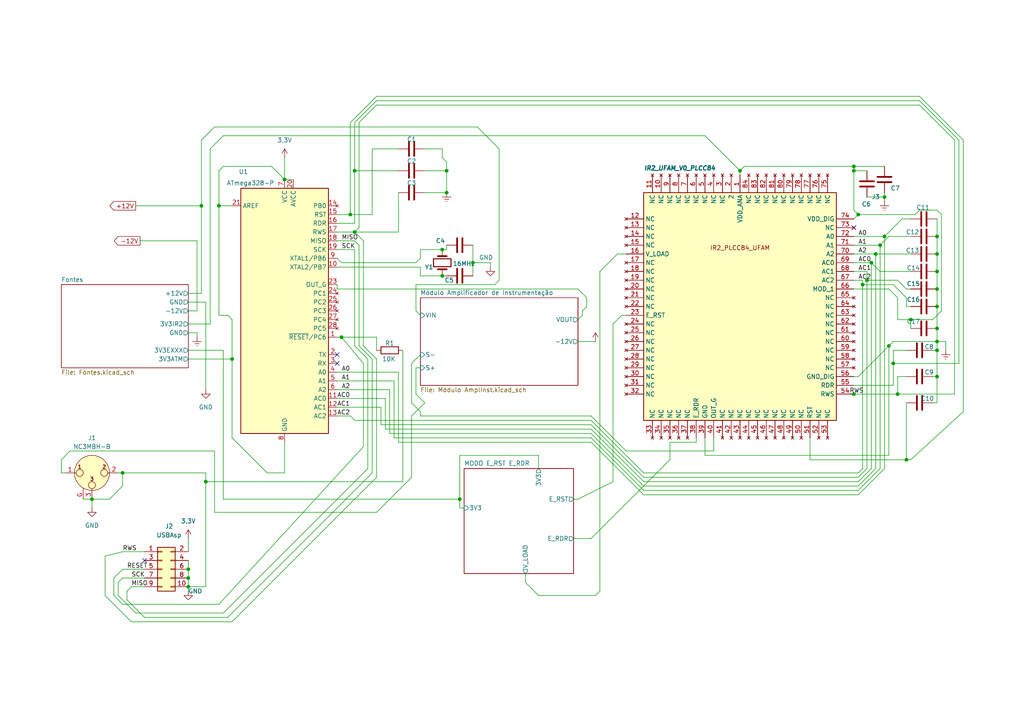
<source format=kicad_sch>
(kicad_sch (version 20250114) (generator "eeschema") (generator_version "9.0")
  (paper "A4")
  (title_block (title "PROJETO IR2_B2_UFAM") (date "07/08/2025") (rev "V1") (company "UFAM-UFMG") (comment 1 "1 - Software Proteus substituído pelo Software Kicad 9.0") (comment 2 "2 - Incluído Amplificafor de Instrumentação para reduzir ruídos") (comment 3 "3 - Incluídos conectores para cabos entrelaçados") (comment 4 "4 - Análise de 4 camadas para reduzir ruídos") (comment 5 "5 - Teste de clonagem"))
  (lib_symbols
    (symbol "Connector_Audio:NC3MBH-B" (pin_names (hide yes))
      (property "Reference" "J" (at 0 8.89 0))
      (property "Value" "NC3MBH-B" (at 0 6.35 0))
      (symbol "NC3MBH-B_0_1"
        (polyline (pts (xy -5.08 0) (xy -4.572 0)))
        (circle (center -3.556 0) (radius 1.016))
        (polyline (pts (xy -2.54 -5.08) (xy -2.54 -4.445)))
        (circle (center 0 0) (radius 5.08) (fill (type background)))
        (circle (center 0 -3.556) (radius 1.016))
        (polyline (pts (xy 0 -5.08) (xy 0 -4.572)))
        (circle (center 3.556 0) (radius 1.016))
        (polyline (pts (xy 5.08 0) (xy 4.572 0)))
        (text "1" (at -3.556 1.778 0) (effects (font (size 1.016 1.016) (bold yes))))
        (text "3" (at 0 -1.778 0) (effects (font (size 1.016 1.016) (bold yes))))
        (text "2" (at 3.556 1.778 0) (effects (font (size 1.016 1.016) (bold yes))))
        (pin passive line (at -7.62 0 0) (length 2.54) (name "~") (number "1"))
        (pin passive line (at 0 -7.62 90) (length 2.54) (name "~") (number "3"))
        (pin passive line (at 7.62 0 180) (length 2.54) (name "~") (number "2"))
      )
      (symbol "NC3MBH-B_1_1"
        (pin passive line (at -2.54 -7.62 90) (length 2.54) (name "~") (number "G"))
      )
    )
    (symbol "Connector_Generic:Conn_02x05_Odd_Even" (pin_names (offset 1.016) (hide yes))
      (property "Reference" "J" (at 1.27 7.62 0))
      (property "Value" "Conn_02x05_Odd_Even" (at 1.27 -7.62 0))
      (symbol "Conn_02x05_Odd_Even_1_1"
        (rectangle (start -1.27 6.35) (end 3.81 -6.35) (stroke (width 0.254)) (fill (type background)))
        (rectangle (start -1.27 5.207) (end 0 4.953) (stroke (width 0.1524)))
        (rectangle (start -1.27 2.667) (end 0 2.413) (stroke (width 0.1524)))
        (rectangle (start -1.27 0.127) (end 0 -0.127) (stroke (width 0.1524)))
        (rectangle (start -1.27 -2.413) (end 0 -2.667) (stroke (width 0.1524)))
        (rectangle (start -1.27 -4.953) (end 0 -5.207) (stroke (width 0.1524)))
        (rectangle (start 3.81 5.207) (end 2.54 4.953) (stroke (width 0.1524)))
        (rectangle (start 3.81 2.667) (end 2.54 2.413) (stroke (width 0.1524)))
        (rectangle (start 3.81 0.127) (end 2.54 -0.127) (stroke (width 0.1524)))
        (rectangle (start 3.81 -2.413) (end 2.54 -2.667) (stroke (width 0.1524)))
        (rectangle (start 3.81 -4.953) (end 2.54 -5.207) (stroke (width 0.1524)))
        (pin passive line (at -5.08 5.08 0) (length 3.81) (name "Pin_1") (number "1"))
        (pin passive line (at -5.08 2.54 0) (length 3.81) (name "Pin_3") (number "3"))
        (pin passive line (at -5.08 0 0) (length 3.81) (name "Pin_5") (number "5"))
        (pin passive line (at -5.08 -2.54 0) (length 3.81) (name "Pin_7") (number "7"))
        (pin passive line (at -5.08 -5.08 0) (length 3.81) (name "Pin_9") (number "9"))
        (pin passive line (at 7.62 5.08 180) (length 3.81) (name "Pin_2") (number "2"))
        (pin passive line (at 7.62 2.54 180) (length 3.81) (name "Pin_4") (number "4"))
        (pin passive line (at 7.62 0 180) (length 3.81) (name "Pin_6") (number "6"))
        (pin passive line (at 7.62 -2.54 180) (length 3.81) (name "Pin_8") (number "8"))
        (pin passive line (at 7.62 -5.08 180) (length 3.81) (name "Pin_10") (number "10"))
      )
    )
    (symbol "Device:C" (pin_numbers (hide yes)) (pin_names (offset 0.254))
      (property "Reference" "C" (at 0.635 2.54 0))
      (property "Value" "C" (at 0.635 -2.54 0))
      (symbol "C_0_1"
        (polyline (pts (xy -2.032 0.762) (xy 2.032 0.762)) (stroke (width 0.508)))
        (polyline (pts (xy -2.032 -0.762) (xy 2.032 -0.762)) (stroke (width 0.508)))
      )
      (symbol "C_1_1"
        (pin passive line (at 0 3.81 270) (length 2.794) (name "~") (number "1"))
        (pin passive line (at 0 -3.81 90) (length 2.794) (name "~") (number "2"))
      )
    )
    (symbol "Device:Crystal" (pin_numbers (hide yes)) (pin_names (offset 1.016) (hide yes))
      (property "Reference" "Y" (at 0 3.81 0))
      (property "Value" "Crystal" (at 0 -3.81 0))
      (symbol "Crystal_0_1"
        (polyline (pts (xy -2.54 0) (xy -1.905 0)))
        (polyline (pts (xy -1.905 -1.27) (xy -1.905 1.27)) (stroke (width 0.508)))
        (rectangle (start -1.143 2.54) (end 1.143 -2.54) (stroke (width 0.3048)))
        (polyline (pts (xy 1.905 -1.27) (xy 1.905 1.27)) (stroke (width 0.508)))
        (polyline (pts (xy 2.54 0) (xy 1.905 0)))
      )
      (symbol "Crystal_1_1"
        (pin passive line (at -3.81 0 0) (length 1.27) (name "1") (number "1"))
        (pin passive line (at 3.81 0 180) (length 1.27) (name "2") (number "2"))
      )
    )
    (symbol "Device:R" (pin_numbers (hide yes)) (pin_names (offset 0))
      (property "Reference" "R" (at 2.032 0 90))
      (property "Value" "R" (at 0 0 90))
      (symbol "R_0_1"
        (rectangle (start -1.016 -2.54) (end 1.016 2.54) (stroke (width 0.254)))
      )
      (symbol "R_1_1"
        (pin passive line (at 0 3.81 270) (length 1.27) (name "~") (number "1"))
        (pin passive line (at 0 -3.81 90) (length 1.27) (name "~") (number "2"))
      )
    )
    (symbol "IR2_UFAM_V0_PLCC84_Library:IR2_UFAM_V0_PLCC84"
      (property "Reference" "J" (at 62.23 12.7 0))
      (property "Value" "IR2_UFAM_V0_PLCC84" (at 62.23 10.16 0))
      (symbol "IR2_UFAM_V0_PLCC84_1_1"
        (rectangle (start 5.08 7.62) (end 60.96 -58.42) (stroke (width 0.254)) (fill (type background)))
        (text "IR2_PLCC84_UFAM" (at 33.02 -8.382 0) (effects (font (size 1.27 1.27))))
        (pin no_connect line (at 0 0 0) (length 5.08) (name "NC") (number "12"))
        (pin no_connect line (at 0 -2.54 0) (length 5.08) (name "NC") (number "13"))
        (pin no_connect line (at 0 -5.08 0) (length 5.08) (name "NC") (number "14"))
        (pin no_connect line (at 0 -7.62 0) (length 5.08) (name "NC") (number "15"))
        (pin input line (at 0 -10.16 0) (length 5.08) (name "V_LOAD") (number "16"))
        (pin no_connect line (at 0 -12.7 0) (length 5.08) (name "NC") (number "17"))
        (pin no_connect line (at 0 -15.24 0) (length 5.08) (name "NC") (number "18"))
        (pin no_connect line (at 0 -17.78 0) (length 5.08) (name "NC") (number "19"))
        (pin no_connect line (at 0 -20.32 0) (length 5.08) (name "NC") (number "20"))
        (pin no_connect line (at 0 -22.86 0) (length 5.08) (name "NC") (number "21"))
        (pin no_connect line (at 0 -25.4 0) (length 5.08) (name "NC") (number "22"))
        (pin input line (at 0 -27.94 0) (length 5.08) (name "E_RST") (number "23"))
        (pin no_connect line (at 0 -30.48 0) (length 5.08) (name "NC") (number "24"))
        (pin no_connect line (at 0 -33.02 0) (length 5.08) (name "NC") (number "25"))
        (pin no_connect line (at 0 -35.56 0) (length 5.08) (name "NC") (number "26"))
        (pin no_connect line (at 0 -38.1 0) (length 5.08) (name "NC") (number "27"))
        (pin no_connect line (at 0 -40.64 0) (length 5.08) (name "NC") (number "28"))
        (pin no_connect line (at 0 -43.18 0) (length 5.08) (name "NC") (number "29"))
        (pin no_connect line (at 0 -45.72 0) (length 5.08) (name "NC") (number "30"))
        (pin no_connect line (at 0 -48.26 0) (length 5.08) (name "NC") (number "31"))
        (pin no_connect line (at 0 -50.8 0) (length 5.08) (name "NC") (number "32"))
        (pin no_connect line (at 7.62 12.7 270) (length 5.08) (name "NC") (number "11"))
        (pin no_connect line (at 7.62 -63.5 90) (length 5.08) (name "NC") (number "33"))
        (pin no_connect line (at 10.16 12.7 270) (length 5.08) (name "NC") (number "10"))
        (pin no_connect line (at 10.16 -63.5 90) (length 5.08) (name "NC") (number "34"))
        (pin no_connect line (at 12.7 12.7 270) (length 5.08) (name "NC") (number "9"))
        (pin no_connect line (at 12.7 -63.5 90) (length 5.08) (name "NC") (number "35"))
        (pin no_connect line (at 15.24 12.7 270) (length 5.08) (name "NC") (number "8"))
        (pin no_connect line (at 15.24 -63.5 90) (length 5.08) (name "NC") (number "36"))
        (pin no_connect line (at 17.78 12.7 270) (length 5.08) (name "NC") (number "7"))
        (pin no_connect line (at 17.78 -63.5 90) (length 5.08) (name "NC") (number "37"))
        (pin no_connect line (at 20.32 12.7 270) (length 5.08) (name "NC") (number "6"))
        (pin input line (at 20.32 -63.5 90) (length 5.08) (name "E_RDR") (number "38"))
        (pin no_connect line (at 22.86 12.7 270) (length 5.08) (name "NC") (number "5"))
        (pin power_out line (at 22.86 -63.5 90) (length 5.08) (name "GND") (number "39"))
        (pin no_connect line (at 25.4 12.7 270) (length 5.08) (name "NC") (number "4"))
        (pin output line (at 25.4 -63.5 90) (length 5.08) (name "OUT_G") (number "40"))
        (pin no_connect line (at 27.94 12.7 270) (length 5.08) (name "NC") (number "3"))
        (pin no_connect line (at 27.94 -63.5 90) (length 5.08) (name "NC") (number "41"))
        (pin no_connect line (at 30.48 12.7 270) (length 5.08) (name "2") (number "2"))
        (pin no_connect line (at 30.48 -63.5 90) (length 5.08) (name "NC") (number "42"))
        (pin power_in line (at 33.02 12.7 270) (length 5.08) (name "VDD_ANA") (number "1"))
        (pin no_connect line (at 33.02 -63.5 90) (length 5.08) (name "NC") (number "43"))
        (pin no_connect line (at 35.56 12.7 270) (length 5.08) (name "NC") (number "84"))
        (pin no_connect line (at 35.56 -63.5 90) (length 5.08) (name "NC") (number "44"))
        (pin no_connect line (at 38.1 12.7 270) (length 5.08) (name "NC") (number "83"))
        (pin no_connect line (at 38.1 -63.5 90) (length 5.08) (name "NC") (number "45"))
        (pin no_connect line (at 40.64 12.7 270) (length 5.08) (name "NC") (number "82"))
        (pin no_connect line (at 40.64 -63.5 90) (length 5.08) (name "NC") (number "46"))
        (pin no_connect line (at 43.18 12.7 270) (length 5.08) (name "NC") (number "81"))
        (pin no_connect line (at 43.18 -63.5 90) (length 5.08) (name "NC") (number "47"))
        (pin no_connect line (at 45.72 12.7 270) (length 5.08) (name "NC") (number "80"))
        (pin no_connect line (at 45.72 -63.5 90) (length 5.08) (name "NC") (number "48"))
        (pin no_connect line (at 48.26 12.7 270) (length 5.08) (name "NC") (number "79"))
        (pin no_connect line (at 48.26 -63.5 90) (length 5.08) (name "NC") (number "49"))
        (pin no_connect line (at 50.8 12.7 270) (length 5.08) (name "NC") (number "78"))
        (pin no_connect line (at 50.8 -63.5 90) (length 5.08) (name "NC") (number "50"))
        (pin no_connect line (at 53.34 12.7 270) (length 5.08) (name "NC") (number "77"))
        (pin input line (at 53.34 -63.5 90) (length 5.08) (name "RST") (number "51"))
        (pin no_connect line (at 55.88 12.7 270) (length 5.08) (name "NC") (number "76"))
        (pin no_connect line (at 55.88 -63.5 90) (length 5.08) (name "NC") (number "52"))
        (pin no_connect line (at 58.42 12.7 270) (length 5.08) (name "NC") (number "75"))
        (pin no_connect line (at 58.42 -63.5 90) (length 5.08) (name "NC") (number "53"))
        (pin power_in line (at 66.04 0 180) (length 5.08) (name "VDD_DIG") (number "74"))
        (pin no_connect line (at 66.04 -2.54 180) (length 5.08) (name "NC") (number "73"))
        (pin input line (at 66.04 -5.08 180) (length 5.08) (name "A0") (number "72"))
        (pin input line (at 66.04 -7.62 180) (length 5.08) (name "A1") (number "71"))
        (pin input line (at 66.04 -10.16 180) (length 5.08) (name "A2") (number "70"))
        (pin input line (at 66.04 -12.7 180) (length 5.08) (name "AC0") (number "69"))
        (pin input line (at 66.04 -15.24 180) (length 5.08) (name "AC1") (number "68"))
        (pin input line (at 66.04 -17.78 180) (length 5.08) (name "AC2") (number "67"))
        (pin power_in line (at 66.04 -20.32 180) (length 5.08) (name "MOD_1") (number "66"))
        (pin no_connect line (at 66.04 -22.86 180) (length 5.08) (name "NC") (number "65"))
        (pin no_connect line (at 66.04 -25.4 180) (length 5.08) (name "NC") (number "64"))
        (pin no_connect line (at 66.04 -27.94 180) (length 5.08) (name "NC") (number "63"))
        (pin no_connect line (at 66.04 -30.48 180) (length 5.08) (name "NC") (number "62"))
        (pin no_connect line (at 66.04 -33.02 180) (length 5.08) (name "NC") (number "61"))
        (pin no_connect line (at 66.04 -35.56 180) (length 5.08) (name "NC") (number "60"))
        (pin no_connect line (at 66.04 -38.1 180) (length 5.08) (name "NC") (number "59"))
        (pin no_connect line (at 66.04 -40.64 180) (length 5.08) (name "NC") (number "58"))
        (pin no_connect line (at 66.04 -43.18 180) (length 5.08) (name "NC") (number "57"))
        (pin power_in line (at 66.04 -45.72 180) (length 5.08) (name "GND_DIG") (number "56"))
        (pin input line (at 66.04 -48.26 180) (length 5.08) (name "RDR") (number "55"))
        (pin input line (at 66.04 -50.8 180) (length 5.08) (name "RWS") (number "54"))
      )
    )
    (symbol "ir2_atmega328P:ir2_ATmega328P"
      (property "Reference" "U1" (at -11.938 40.386 0))
      (property "Value" "ATmega328-P" (at -9.906 37.084 0))
      (symbol "ir2_ATmega328P_0_1"
        (rectangle (start -12.7 -35.56) (end 12.7 35.56) (stroke (width 0.254)) (fill (type background)))
      )
      (symbol "ir2_ATmega328P_1_1"
        (pin passive line (at -15.24 30.48 0) (length 2.54) (name "AREF") (number "21"))
        (pin power_in line (at 0 38.1 270) (length 2.54) (name "VCC") (number "7"))
        (pin passive line (at 0 -38.1 90) (length 2.54) (hide yes) (name "GND") (number "22"))
        (pin power_in line (at 0 -38.1 90) (length 2.54) (name "GND") (number "8"))
        (pin power_in line (at 2.54 38.1 270) (length 2.54) (name "AVCC") (number "20"))
        (pin no_connect line (at 15.24 30.48 180) (length 2.54) (name "PB0") (number "14"))
        (pin output line (at 15.24 27.94 180) (length 2.54) (name "RST") (number "15"))
        (pin output line (at 15.24 25.4 180) (length 2.54) (name "RDR") (number "16"))
        (pin output line (at 15.24 22.86 180) (length 2.54) (name "RWS") (number "17"))
        (pin input line (at 15.24 20.32 180) (length 2.54) (name "MISO") (number "18"))
        (pin bidirectional line (at 15.24 17.78 180) (length 2.54) (name "SCK") (number "19"))
        (pin bidirectional line (at 15.24 15.24 180) (length 2.54) (name "XTAL1/PB6") (number "9"))
        (pin bidirectional line (at 15.24 12.7 180) (length 2.54) (name "XTAL2/PB7") (number "10"))
        (pin input line (at 15.24 7.62 180) (length 2.54) (name "OUT_G") (number "23"))
        (pin no_connect line (at 15.24 5.08 180) (length 2.54) (name "PC1") (number "24"))
        (pin no_connect line (at 15.24 2.54 180) (length 2.54) (name "PC2") (number "25"))
        (pin no_connect line (at 15.24 0 180) (length 2.54) (name "PC3") (number "26"))
        (pin no_connect line (at 15.24 -2.54 180) (length 2.54) (name "PC4") (number "27"))
        (pin no_connect line (at 15.24 -5.08 180) (length 2.54) (name "PC5") (number "28"))
        (pin bidirectional line (at 15.24 -7.62 180) (length 2.54) (name "~{RESET}/PC6") (number "1"))
        (pin bidirectional line (at 15.24 -12.7 180) (length 2.54) (name "TX") (number "2"))
        (pin bidirectional line (at 15.24 -15.24 180) (length 2.54) (name "RX") (number "3"))
        (pin output line (at 15.24 -17.78 180) (length 2.54) (name "A0") (number "4"))
        (pin output line (at 15.24 -20.32 180) (length 2.54) (name "A1") (number "5"))
        (pin output line (at 15.24 -22.86 180) (length 2.54) (name "A2") (number "6"))
        (pin output line (at 15.24 -25.4 180) (length 2.54) (name "AC0") (number "11"))
        (pin output line (at 15.24 -27.94 180) (length 2.54) (name "AC1") (number "12"))
        (pin output line (at 15.24 -30.48 180) (length 2.54) (name "AC2") (number "13"))
      )
    )
    (symbol "power:Earth" (power) (pin_numbers (hide yes)) (pin_names (offset 0) (hide yes))
      (property "Value" "Earth" (at 0 -3.81 0))
      (symbol "Earth_0_1"
        (polyline (pts (xy -0.635 -1.905) (xy 0.635 -1.905)))
        (polyline (pts (xy -0.127 -2.54) (xy 0.127 -2.54)))
        (polyline (pts (xy 0 -1.27) (xy 0 0)))
        (polyline (pts (xy 1.27 -1.27) (xy -1.27 -1.27)))
      )
      (symbol "Earth_1_1"
        (pin power_in line (at 0 0 270) (length 0) (name "~") (number "1"))
      )
    )
    (symbol "power:GND" (power) (pin_numbers (hide yes)) (pin_names (offset 0) (hide yes))
      (property "Value" "GND" (at 0 -3.81 0))
      (symbol "GND_0_1"
        (polyline (pts (xy 0 0) (xy 0 -1.27) (xy 1.27 -1.27) (xy 0 -2.54) (xy -1.27 -1.27) (xy 0 -1.27)))
      )
      (symbol "GND_1_1"
        (pin power_in line (at 0 0 270) (length 0) (name "~") (number "1"))
      )
    )
    (symbol "power:VCC" (power) (pin_numbers (hide yes)) (pin_names (offset 0) (hide yes))
      (property "Value" "VCC" (at 0 3.556 0))
      (symbol "VCC_0_1"
        (polyline (pts (xy -0.762 1.27) (xy 0 2.54)))
        (polyline (pts (xy 0 2.54) (xy 0.762 1.27)))
        (polyline (pts (xy 0 0) (xy 0 2.54)))
      )
      (symbol "VCC_1_1"
        (pin power_in line (at 0 0 90) (length 0) (name "~") (number "1"))
      )
    )
  )
  (junction (at 271.78 68.58))
  (junction (at 256.54 57.15))
  (junction (at 82.55 52.07))
  (junction (at 128.27 72.39))
  (junction (at 35.56 137.16))
  (junction (at 271.78 109.22))
  (junction (at 260.35 114.3))
  (junction (at 58.42 59.69))
  (junction (at 271.78 95.25))
  (junction (at 133.35 144.78))
  (junction (at 54.61 165.1))
  (junction (at 271.78 73.66))
  (junction (at 99.06 97.79))
  (junction (at 255.27 71.12))
  (junction (at 271.78 83.82))
  (junction (at 257.81 100.33))
  (junction (at 59.69 139.7))
  (junction (at 271.78 88.9))
  (junction (at 129.54 49.53))
  (junction (at 54.61 170.18))
  (junction (at 102.87 67.31))
  (junction (at 54.61 167.64))
  (junction (at 247.65 114.3))
  (junction (at 129.54 55.88))
  (junction (at 248.92 62.23))
  (junction (at 101.6 62.23))
  (junction (at 26.67 144.78))
  (junction (at 271.78 99.06))
  (junction (at 247.65 49.53))
  (junction (at 271.78 101.6))
  (junction (at 262.89 133.35))
  (junction (at 250.19 82.55))
  (junction (at 251.46 81.28))
  (junction (at 137.16 76.2))
  (junction (at 102.87 49.53))
  (junction (at 128.27 80.01))
  (junction (at 252.73 76.2))
  (junction (at 256.54 68.58))
  (junction (at 247.65 48.26))
  (junction (at 264.16 92.71))
  (junction (at 259.08 105.41))
  (junction (at 271.78 78.74))
  (junction (at 63.5 59.69))
  (junction (at 254 73.66))
  (junction (at 67.31 104.14))
  (junction (at 214.63 49.53))
  (no_connect (at 41.91 162.56))
  (no_connect (at 97.79 102.87))
  (no_connect (at 97.79 105.41))
  (no_connect (at 247.65 66.04))
  (wire (pts (xy 60.96 43.18) (xy 64.77 39.37)))
  (wire (pts (xy 102.87 49.53) (xy 102.87 64.77)))
  (wire (pts (xy 109.22 29.21) (xy 266.7 29.21)))
  (wire (pts (xy 97.79 62.23) (xy 101.6 62.23)))
  (wire (pts (xy 172.72 172.72) (xy 173.99 171.45)))
  (wire (pts (xy 62.23 148.59) (xy 62.23 130.81)))
  (wire (pts (xy 247.65 109.22) (xy 248.92 109.22)))
  (wire (pts (xy 168.91 90.17) (xy 168.91 91.44)))
  (wire (pts (xy 254 73.66) (xy 254 135.89)))
  (wire (pts (xy 252.73 76.2) (xy 252.73 135.89)))
  (wire (pts (xy 107.95 43.18) (xy 115.57 43.18)))
  (wire (pts (xy 128.27 80.01) (xy 129.54 80.01)))
  (wire (pts (xy 133.35 132.08) (xy 156.21 132.08)))
  (wire (pts (xy 115.57 107.95) (xy 115.57 128.27)))
  (wire (pts (xy 63.5 49.53) (xy 64.77 48.26)))
  (wire (pts (xy 246.38 114.3) (xy 247.65 114.3)))
  (wire (pts (xy 121.92 119.38) (xy 121.92 120.65)))
  (wire (pts (xy 144.78 81.28) (xy 143.51 82.55)))
  (wire (pts (xy 121.92 102.87) (xy 119.38 105.41)))
  (wire (pts (xy 173.99 78.74) (xy 173.99 171.45)))
  (wire (pts (xy 204.47 39.37) (xy 214.63 49.53)))
  (wire (pts (xy 266.7 27.94) (xy 279.4 40.64)))
  (wire (pts (xy 116.84 101.6) (xy 116.84 139.7)))
  (wire (pts (xy 247.65 111.76) (xy 259.08 111.76)))
  (wire (pts (xy 247.65 48.26) (xy 256.54 48.26)))
  (wire (pts (xy 54.61 87.63) (xy 59.69 87.63)))
  (wire (pts (xy 102.87 35.56) (xy 109.22 29.21)))
  (wire (pts (xy 129.54 49.53) (xy 129.54 55.88)))
  (wire (pts (xy 57.15 96.52) (xy 57.15 97.79)))
  (wire (pts (xy 97.79 83.82) (xy 167.64 83.82)))
  (wire (pts (xy 264.16 92.71) (xy 270.51 92.71)))
  (wire (pts (xy 54.61 170.18) (xy 54.61 171.45)))
  (wire (pts (xy 82.55 128.27) (xy 82.55 137.16)))
  (wire (pts (xy 171.45 156.21) (xy 194.31 133.35)))
  (wire (pts (xy 247.65 60.96) (xy 248.92 62.23)))
  (wire (pts (xy 67.31 92.71) (xy 66.04 91.44)))
  (wire (pts (xy 63.5 49.53) (xy 63.5 59.69)))
  (wire (pts (xy 248.92 138.43) (xy 186.69 138.43)))
  (wire (pts (xy 264.16 83.82) (xy 262.89 83.82)))
  (wire (pts (xy 273.05 90.17) (xy 270.51 92.71)))
  (wire (pts (xy 97.79 120.65) (xy 101.6 120.65)))
  (wire (pts (xy 59.69 139.7) (xy 59.69 137.16)))
  (wire (pts (xy 260.35 109.22) (xy 262.89 109.22)))
  (wire (pts (xy 194.31 133.35) (xy 194.31 128.27)))
  (wire (pts (xy 105.41 100.33) (xy 109.22 104.14)))
  (wire (pts (xy 99.06 97.79) (xy 109.22 97.79)))
  (wire (pts (xy 121.92 72.39) (xy 121.92 74.93)))
  (wire (pts (xy 102.87 100.33) (xy 106.68 104.14)))
  (wire (pts (xy 271.78 73.66) (xy 271.78 78.74)))
  (wire (pts (xy 99.06 76.2) (xy 120.65 76.2)))
  (wire (pts (xy 26.67 144.78) (xy 24.13 144.78)))
  (wire (pts (xy 35.56 165.1) (xy 41.91 165.1)))
  (wire (pts (xy 35.56 137.16) (xy 35.56 140.97)))
  (wire (pts (xy 271.78 60.96) (xy 273.05 62.23)))
  (wire (pts (xy 137.16 71.12) (xy 137.16 76.2)))
  (wire (pts (xy 262.89 86.36) (xy 259.08 82.55)))
  (wire (pts (xy 271.78 78.74) (xy 271.78 83.82)))
  (wire (pts (xy 109.22 97.79) (xy 109.22 101.6)))
  (wire (pts (xy 215.9 48.26) (xy 247.65 48.26)))
  (wire (pts (xy 251.46 81.28) (xy 251.46 135.89)))
  (wire (pts (xy 63.5 59.69) (xy 67.31 59.69)))
  (wire (pts (xy 97.79 77.47) (xy 121.92 77.47)))
  (wire (pts (xy 121.92 72.39) (xy 128.27 72.39)))
  (wire (pts (xy 102.87 49.53) (xy 102.87 35.56)))
  (wire (pts (xy 214.63 49.53) (xy 215.9 48.26)))
  (wire (pts (xy 102.87 72.39) (xy 102.87 100.33)))
  (wire (pts (xy 171.45 123.19) (xy 186.69 138.43)))
  (wire (pts (xy 38.1 180.34) (xy 30.48 172.72)))
  (wire (pts (xy 109.22 27.94) (xy 266.7 27.94)))
  (wire (pts (xy 248.92 62.23) (xy 247.65 63.5)))
  (wire (pts (xy 120.65 90.17) (xy 121.92 91.44)))
  (wire (pts (xy 30.48 172.72) (xy 30.48 161.29)))
  (wire (pts (xy 137.16 76.2) (xy 137.16 80.01)))
  (wire (pts (xy 54.61 156.21) (xy 54.61 160.02)))
  (wire (pts (xy 105.41 129.54) (xy 105.41 105.41)))
  (wire (pts (xy 274.32 99.06) (xy 274.32 101.6)))
  (wire (pts (xy 186.69 142.24) (xy 248.92 142.24)))
  (wire (pts (xy 97.79 83.82) (xy 97.79 82.55)))
  (wire (pts (xy 170.18 88.9) (xy 170.18 86.36)))
  (wire (pts (xy 251.46 57.15) (xy 256.54 57.15)))
  (wire (pts (xy 186.69 140.97) (xy 171.45 125.73)))
  (wire (pts (xy 54.61 162.56) (xy 54.61 165.1)))
  (wire (pts (xy 58.42 85.09) (xy 54.61 85.09)))
  (wire (pts (xy 58.42 59.69) (xy 58.42 85.09)))
  (wire (pts (xy 264.16 68.58) (xy 257.81 68.58)))
  (wire (pts (xy 257.81 132.08) (xy 257.81 100.33)))
  (wire (pts (xy 33.02 172.72) (xy 35.56 175.26)))
  (wire (pts (xy 129.54 46.99) (xy 129.54 49.53)))
  (wire (pts (xy 247.65 114.3) (xy 260.35 114.3)))
  (wire (pts (xy 123.19 55.88) (xy 129.54 55.88)))
  (wire (pts (xy 247.65 81.28) (xy 250.19 81.28)))
  (wire (pts (xy 254 73.66) (xy 264.16 73.66)))
  (wire (pts (xy 144.78 43.18) (xy 144.78 81.28)))
  (wire (pts (xy 119.38 120.65) (xy 119.38 138.43)))
  (wire (pts (xy 234.95 127) (xy 234.95 133.35)))
  (wire (pts (xy 271.78 68.58) (xy 271.78 73.66)))
  (wire (pts (xy 101.6 62.23) (xy 107.95 62.23)))
  (wire (pts (xy 35.56 137.16) (xy 59.69 137.16)))
  (wire (pts (xy 264.16 63.5) (xy 261.62 63.5)))
  (wire (pts (xy 54.61 167.64) (xy 54.61 170.18)))
  (wire (pts (xy 257.81 100.33) (xy 259.08 99.06)))
  (wire (pts (xy 106.68 135.89) (xy 64.77 177.8)))
  (wire (pts (xy 97.79 67.31) (xy 102.87 67.31)))
  (wire (pts (xy 166.37 156.21) (xy 171.45 156.21)))
  (wire (pts (xy 97.79 74.93) (xy 99.06 76.2)))
  (wire (pts (xy 250.19 82.55) (xy 259.08 82.55)))
  (wire (pts (xy 257.81 68.58) (xy 255.27 71.12)))
  (wire (pts (xy 248.92 137.16) (xy 186.69 137.16)))
  (wire (pts (xy 77.47 137.16) (xy 82.55 137.16)))
  (wire (pts (xy 248.92 62.23) (xy 265.43 62.23)))
  (wire (pts (xy 82.55 52.07) (xy 85.09 52.07)))
  (wire (pts (xy 114.3 110.49) (xy 114.3 127)))
  (wire (pts (xy 104.14 71.12) (xy 104.14 100.33)))
  (wire (pts (xy 102.87 69.85) (xy 104.14 71.12)))
  (wire (pts (xy 34.29 172.72) (xy 39.37 177.8)))
  (wire (pts (xy 266.7 30.48) (xy 276.86 40.64)))
  (wire (pts (xy 194.31 128.27) (xy 201.93 128.27)))
  (wire (pts (xy 279.4 119.38) (xy 264.16 133.35)))
  (wire (pts (xy 107.95 104.14) (xy 107.95 137.16)))
  (wire (pts (xy 251.46 81.28) (xy 260.35 81.28)))
  (wire (pts (xy 60.96 93.98) (xy 54.61 93.98)))
  (wire (pts (xy 278.13 40.64) (xy 278.13 105.41)))
  (wire (pts (xy 82.55 45.72) (xy 82.55 52.07)))
  (wire (pts (xy 138.43 36.83) (xy 144.78 43.18)))
  (wire (pts (xy 128.27 45.72) (xy 129.54 46.99)))
  (wire (pts (xy 111.76 115.57) (xy 111.76 124.46)))
  (wire (pts (xy 264.16 133.35) (xy 262.89 133.35)))
  (wire (pts (xy 255.27 71.12) (xy 255.27 135.89)))
  (wire (pts (xy 54.61 101.6) (xy 64.77 101.6)))
  (wire (pts (xy 259.08 105.41) (xy 278.13 105.41)))
  (wire (pts (xy 34.29 168.91) (xy 34.29 172.72)))
  (wire (pts (xy 186.69 143.51) (xy 171.45 128.27)))
  (wire (pts (xy 152.4 166.37) (xy 152.4 168.91)))
  (wire (pts (xy 109.22 30.48) (xy 266.7 30.48)))
  (wire (pts (xy 260.35 86.36) (xy 260.35 92.71)))
  (wire (pts (xy 262.89 133.35) (xy 234.95 133.35)))
  (wire (pts (xy 166.37 144.78) (xy 167.64 144.78)))
  (wire (pts (xy 204.47 132.08) (xy 257.81 132.08)))
  (wire (pts (xy 113.03 125.73) (xy 171.45 125.73)))
  (wire (pts (xy 54.61 104.14) (xy 67.31 104.14)))
  (wire (pts (xy 256.54 68.58) (xy 256.54 135.89)))
  (wire (pts (xy 214.63 49.53) (xy 214.63 50.8)))
  (wire (pts (xy 133.35 144.78) (xy 133.35 147.32)))
  (wire (pts (xy 201.93 128.27) (xy 201.93 127)))
  (wire (pts (xy 177.8 93.98) (xy 180.34 91.44)))
  (wire (pts (xy 102.87 67.31) (xy 104.14 66.04)))
  (wire (pts (xy 101.6 62.23) (xy 101.6 35.56)))
  (wire (pts (xy 251.46 78.74) (xy 251.46 81.28)))
  (wire (pts (xy 35.56 165.1) (xy 33.02 167.64)))
  (wire (pts (xy 247.65 73.66) (xy 254 73.66)))
  (wire (pts (xy 123.19 43.18) (xy 128.27 43.18)))
  (wire (pts (xy 204.47 127) (xy 204.47 132.08)))
  (wire (pts (xy 260.35 109.22) (xy 260.35 114.3)))
  (wire (pts (xy 129.54 72.39) (xy 129.54 71.12)))
  (wire (pts (xy 119.38 116.84) (xy 121.92 119.38)))
  (wire (pts (xy 109.22 138.43) (xy 67.31 180.34)))
  (wire (pts (xy 26.67 144.78) (xy 31.75 144.78)))
  (wire (pts (xy 133.35 147.32) (xy 134.62 147.32)))
  (wire (pts (xy 111.76 124.46) (xy 171.45 124.46)))
  (wire (pts (xy 62.23 36.83) (xy 138.43 36.83)))
  (wire (pts (xy 121.92 120.65) (xy 171.45 120.65)))
  (wire (pts (xy 256.54 55.88) (xy 256.54 57.15)))
  (wire (pts (xy 273.05 62.23) (xy 273.05 90.17)))
  (wire (pts (xy 270.51 109.22) (xy 271.78 109.22)))
  (wire (pts (xy 271.78 99.06) (xy 271.78 101.6)))
  (wire (pts (xy 177.8 93.98) (xy 177.8 139.7)))
  (wire (pts (xy 248.92 142.24) (xy 255.27 135.89)))
  (wire (pts (xy 114.3 127) (xy 171.45 127)))
  (wire (pts (xy 67.31 180.34) (xy 38.1 180.34)))
  (wire (pts (xy 254 135.89) (xy 248.92 140.97)))
  (wire (pts (xy 250.19 82.55) (xy 250.19 135.89)))
  (wire (pts (xy 265.43 62.23) (xy 266.7 60.96)))
  (wire (pts (xy 120.65 114.3) (xy 123.19 116.84)))
  (wire (pts (xy 171.45 124.46) (xy 186.69 139.7)))
  (wire (pts (xy 106.68 104.14) (xy 106.68 135.89)))
  (wire (pts (xy 102.87 49.53) (xy 115.57 49.53)))
  (wire (pts (xy 97.79 113.03) (xy 113.03 113.03)))
  (wire (pts (xy 123.19 49.53) (xy 129.54 49.53)))
  (wire (pts (xy 35.56 160.02) (xy 41.91 160.02)))
  (wire (pts (xy 115.57 55.88) (xy 115.57 67.31)))
  (wire (pts (xy 156.21 172.72) (xy 172.72 172.72)))
  (wire (pts (xy 58.42 40.64) (xy 58.42 59.69)))
  (wire (pts (xy 248.92 109.22) (xy 257.81 100.33)))
  (wire (pts (xy 152.4 168.91) (xy 156.21 172.72)))
  (wire (pts (xy 270.51 101.6) (xy 271.78 101.6)))
  (wire (pts (xy 247.65 78.74) (xy 251.46 78.74)))
  (wire (pts (xy 250.19 135.89) (xy 248.92 137.16)))
  (wire (pts (xy 104.14 35.56) (xy 104.14 66.04)))
  (wire (pts (xy 59.69 139.7) (xy 59.69 170.18)))
  (wire (pts (xy 33.02 167.64) (xy 33.02 172.72)))
  (wire (pts (xy 35.56 175.26) (xy 63.5 175.26)))
  (wire (pts (xy 250.19 81.28) (xy 250.19 82.55)))
  (wire (pts (xy 259.08 101.6) (xy 259.08 105.41)))
  (wire (pts (xy 271.78 109.22) (xy 271.78 116.84)))
  (wire (pts (xy 171.45 121.92) (xy 102.87 121.92)))
  (wire (pts (xy 262.89 116.84) (xy 262.89 133.35)))
  (wire (pts (xy 207.01 127) (xy 207.01 130.81)))
  (wire (pts (xy 54.61 170.18) (xy 59.69 170.18)))
  (wire (pts (xy 107.95 137.16) (xy 66.04 179.07)))
  (wire (pts (xy 19.05 137.16) (xy 17.78 137.16)))
  (wire (pts (xy 102.87 121.92) (xy 101.6 120.65)))
  (wire (pts (xy 105.41 105.41) (xy 99.06 97.79)))
  (wire (pts (xy 36.83 173.99) (xy 36.83 171.45)))
  (wire (pts (xy 179.07 73.66) (xy 181.61 73.66)))
  (wire (pts (xy 67.31 104.14) (xy 67.31 92.71)))
  (wire (pts (xy 167.64 83.82) (xy 170.18 86.36)))
  (wire (pts (xy 31.75 144.78) (xy 35.56 140.97)))
  (wire (pts (xy 40.64 69.85) (xy 57.15 69.85)))
  (wire (pts (xy 102.87 67.31) (xy 105.41 69.85)))
  (wire (pts (xy 171.45 127) (xy 186.69 142.24)))
  (wire (pts (xy 102.87 67.31) (xy 115.57 67.31)))
  (wire (pts (xy 142.24 76.2) (xy 142.24 77.47)))
  (wire (pts (xy 97.79 107.95) (xy 115.57 107.95)))
  (wire (pts (xy 271.78 63.5) (xy 271.78 68.58)))
  (wire (pts (xy 168.91 91.44) (xy 167.64 92.71)))
  (wire (pts (xy 64.77 101.6) (xy 64.77 144.78)))
  (wire (pts (xy 102.87 64.77) (xy 97.79 64.77)))
  (wire (pts (xy 181.61 130.81) (xy 207.01 130.81)))
  (wire (pts (xy 20.32 130.81) (xy 62.23 130.81)))
  (wire (pts (xy 256.54 57.15) (xy 256.54 58.42)))
  (wire (pts (xy 34.29 137.16) (xy 35.56 137.16)))
  (wire (pts (xy 247.65 49.53) (xy 251.46 49.53)))
  (wire (pts (xy 101.6 35.56) (xy 109.22 27.94)))
  (wire (pts (xy 259.08 101.6) (xy 262.89 101.6)))
  (wire (pts (xy 120.65 114.3) (xy 120.65 106.68)))
  (wire (pts (xy 259.08 99.06) (xy 271.78 99.06)))
  (wire (pts (xy 255.27 78.74) (xy 252.73 76.2)))
  (wire (pts (xy 78.74 48.26) (xy 82.55 52.07)))
  (wire (pts (xy 110.49 123.19) (xy 171.45 123.19)))
  (wire (pts (xy 97.79 97.79) (xy 99.06 97.79)))
  (wire (pts (xy 133.35 132.08) (xy 133.35 144.78)))
  (wire (pts (xy 97.79 110.49) (xy 114.3 110.49)))
  (wire (pts (xy 64.77 177.8) (xy 39.37 177.8)))
  (wire (pts (xy 247.65 49.53) (xy 247.65 60.96)))
  (wire (pts (xy 262.89 88.9) (xy 262.89 86.36)))
  (wire (pts (xy 36.83 171.45) (xy 38.1 170.18)))
  (wire (pts (xy 107.95 43.18) (xy 107.95 62.23)))
  (wire (pts (xy 120.65 76.2) (xy 121.92 74.93)))
  (wire (pts (xy 35.56 167.64) (xy 41.91 167.64)))
  (wire (pts (xy 186.69 137.16) (xy 171.45 121.92)))
  (wire (pts (xy 63.5 175.26) (xy 105.41 129.54)))
  (wire (pts (xy 97.79 118.11) (xy 110.49 118.11)))
  (wire (pts (xy 57.15 90.17) (xy 54.61 90.17)))
  (wire (pts (xy 17.78 137.16) (xy 17.78 133.35)))
  (wire (pts (xy 271.78 116.84) (xy 270.51 116.84)))
  (wire (pts (xy 259.08 105.41) (xy 259.08 111.76)))
  (wire (pts (xy 247.65 76.2) (xy 252.73 76.2)))
  (wire (pts (xy 128.27 43.18) (xy 128.27 45.72)))
  (wire (pts (xy 271.78 95.25) (xy 271.78 99.06)))
  (wire (pts (xy 247.65 68.58) (xy 256.54 68.58)))
  (wire (pts (xy 17.78 133.35) (xy 20.32 130.81)))
  (wire (pts (xy 41.91 179.07) (xy 66.04 179.07)))
  (wire (pts (xy 115.57 128.27) (xy 171.45 128.27)))
  (wire (pts (xy 168.91 90.17) (xy 170.18 88.9)))
  (wire (pts (xy 97.79 115.57) (xy 111.76 115.57)))
  (wire (pts (xy 171.45 120.65) (xy 181.61 130.81)))
  (wire (pts (xy 119.38 105.41) (xy 119.38 116.84)))
  (wire (pts (xy 247.65 48.26) (xy 247.65 49.53)))
  (wire (pts (xy 271.78 88.9) (xy 271.78 95.25)))
  (wire (pts (xy 264.16 88.9) (xy 262.89 88.9)))
  (wire (pts (xy 39.37 59.69) (xy 58.42 59.69)))
  (wire (pts (xy 110.49 118.11) (xy 110.49 123.19)))
  (wire (pts (xy 59.69 87.63) (xy 59.69 113.03)))
  (wire (pts (xy 104.14 100.33) (xy 107.95 104.14)))
  (wire (pts (xy 63.5 59.69) (xy 63.5 91.44)))
  (wire (pts (xy 256.54 135.89) (xy 248.92 143.51)))
  (wire (pts (xy 59.69 139.7) (xy 116.84 139.7)))
  (wire (pts (xy 137.16 76.2) (xy 142.24 76.2)))
  (wire (pts (xy 105.41 69.85) (xy 105.41 100.33)))
  (wire (pts (xy 54.61 96.52) (xy 57.15 96.52)))
  (wire (pts (xy 38.1 170.18) (xy 41.91 170.18)))
  (wire (pts (xy 121.92 80.01) (xy 128.27 80.01)))
  (wire (pts (xy 264.16 92.71) (xy 264.16 95.25)))
  (wire (pts (xy 186.69 143.51) (xy 248.92 143.51)))
  (wire (pts (xy 186.69 139.7) (xy 248.92 139.7)))
  (wire (pts (xy 63.5 91.44) (xy 66.04 91.44)))
  (wire (pts (xy 62.23 148.59) (xy 109.22 148.59)))
  (wire (pts (xy 26.67 144.78) (xy 26.67 147.32)))
  (wire (pts (xy 30.48 161.29) (xy 35.56 160.02)))
  (wire (pts (xy 128.27 72.39) (xy 129.54 72.39)))
  (wire (pts (xy 257.81 83.82) (xy 260.35 86.36)))
  (wire (pts (xy 34.29 168.91) (xy 35.56 167.64)))
  (wire (pts (xy 64.77 144.78) (xy 133.35 144.78)))
  (wire (pts (xy 274.32 99.06) (xy 271.78 99.06)))
  (wire (pts (xy 120.65 82.55) (xy 143.51 82.55)))
  (wire (pts (xy 180.34 91.44) (xy 181.61 91.44)))
  (wire (pts (xy 167.64 99.06) (xy 172.72 99.06)))
  (wire (pts (xy 58.42 40.64) (xy 62.23 36.83)))
  (wire (pts (xy 97.79 69.85) (xy 102.87 69.85)))
  (wire (pts (xy 177.8 139.7) (xy 167.64 144.78)))
  (wire (pts (xy 77.47 137.16) (xy 67.31 127)))
  (wire (pts (xy 121.92 77.47) (xy 121.92 80.01)))
  (wire (pts (xy 109.22 148.59) (xy 119.38 138.43)))
  (wire (pts (xy 54.61 165.1) (xy 54.61 167.64)))
  (wire (pts (xy 109.22 104.14) (xy 109.22 138.43)))
  (wire (pts (xy 247.65 71.12) (xy 255.27 71.12)))
  (wire (pts (xy 248.92 139.7) (xy 252.73 135.89)))
  (wire (pts (xy 266.7 60.96) (xy 271.78 60.96)))
  (wire (pts (xy 255.27 78.74) (xy 264.16 78.74)))
  (wire (pts (xy 271.78 101.6) (xy 271.78 109.22)))
  (wire (pts (xy 276.86 40.64) (xy 276.86 114.3)))
  (wire (pts (xy 279.4 40.64) (xy 279.4 119.38)))
  (wire (pts (xy 67.31 127) (xy 67.31 104.14)))
  (wire (pts (xy 60.96 43.18) (xy 60.96 93.98)))
  (wire (pts (xy 120.65 82.55) (xy 120.65 90.17)))
  (wire (pts (xy 260.35 92.71) (xy 264.16 92.71)))
  (wire (pts (xy 251.46 135.89) (xy 248.92 138.43)))
  (wire (pts (xy 260.35 114.3) (xy 276.86 114.3)))
  (wire (pts (xy 97.79 72.39) (xy 102.87 72.39)))
  (wire (pts (xy 104.14 35.56) (xy 109.22 30.48)))
  (wire (pts (xy 261.62 63.5) (xy 256.54 68.58)))
  (wire (pts (xy 41.91 179.07) (xy 36.83 173.99)))
  (wire (pts (xy 173.99 78.74) (xy 179.07 73.66)))
  (wire (pts (xy 119.38 120.65) (xy 123.19 116.84)))
  (wire (pts (xy 57.15 69.85) (xy 57.15 90.17)))
  (wire (pts (xy 266.7 29.21) (xy 278.13 40.64)))
  (wire (pts (xy 120.65 106.68) (xy 121.92 106.68)))
  (wire (pts (xy 113.03 113.03) (xy 113.03 125.73)))
  (wire (pts (xy 156.21 132.08) (xy 156.21 135.89)))
  (wire (pts (xy 262.89 83.82) (xy 260.35 81.28)))
  (wire (pts (xy 64.77 39.37) (xy 204.47 39.37)))
  (wire (pts (xy 271.78 83.82) (xy 271.78 88.9)))
  (wire (pts (xy 64.77 48.26) (xy 78.74 48.26)))
  (wire (pts (xy 248.92 140.97) (xy 186.69 140.97)))
  (wire (pts (xy 247.65 83.82) (xy 257.81 83.82)))
  (label "AC0" (at 97.79 115.57 0))
  (label "AC2" (at 97.79 120.65 0))
  (label "AC2" (at 248.92 81.28 0))
  (label "AC1" (at 248.92 78.74 0))
  (label "RWS" (at 35.56 160.02 0))
  (label "SCK" (at 99.06 72.39 0))
  (label "A0" (at 99.06 107.95 0))
  (label "A1" (at 248.92 71.12 0))
  (label "A2" (at 248.92 73.66 0))
  (label "SCK" (at 38.1 167.64 0))
  (label "MISO" (at 38.1 170.18 0))
  (label "RESET" (at 36.83 165.1 0))
  (label "RWS" (at 246.38 114.3 0))
  (label "A0" (at 248.92 68.58 0))
  (label "AC1" (at 97.79 118.11 0))
  (label "A2" (at 99.06 113.03 0))
  (label "AC0" (at 248.92 76.2 0))
  (label "A1" (at 99.06 110.49 0))
  (label "MISO" (at 99.06 69.85 0))
  (global_label "-12V" (shape output) (at 40.64 69.85 180) (property "Intersheetrefs" "${INTERSHEET_REFS}" (at 32.5748 69.85 0) (effects (justify right))))
  (global_label "+12V" (shape output) (at 39.37 59.69 180) (property "Intersheetrefs" "${INTERSHEET_REFS}" (at 31.3048 59.69 0) (effects (justify right))))
  (symbol (lib_id "power:Earth") (at 129.54 55.88 0) (unit 1)
    (property "Reference" "#PWR011" (effects (hide yes)))
    (property "Value" "Earth" (effects (hide yes)))
    (property "Description" "Power symbol creates a global label with name \"Earth\"" (effects (hide yes)))
  )
  (symbol (lib_id "Connector_Audio:NC3MBH-B") (at 26.67 137.16 0) (unit 1)
    (property "Reference" "J1" (at 26.67 127 0))
    (property "Value" "NC3MBH-B" (at 26.67 129.54 0))
    (property "Footprint" "Connector_Audio:Jack_XLR_Neutrik_NC3MBH-B_Horizontal" (effects (hide yes)))
    (property "Datasheet" "https://www.neutrik.com/en/product/nc3mbh-b" (effects (hide yes)))
    (property "Description" "B Series, 3 pole male XLR receptacle, grounding: separate ground contact to mating connector shell and front panel, steel retention lug, horizontal PCB mount, black chrome shell" (effects (hide yes)))
  )
  (symbol (lib_id "power:Earth") (at 274.32 101.6 0) (unit 1)
    (property "Reference" "#PWR017" (effects (hide yes)))
    (property "Value" "Earth" (effects (hide yes)))
    (property "Description" "Power symbol creates a global label with name \"Earth\"" (effects (hide yes)))
  )
  (symbol (lib_id "power:GND") (at 142.24 77.47 0) (unit 1)
    (property "Reference" "#PWR030" (effects (hide yes)))
    (property "Value" "GND" (at 140.97 74.676 0))
    (property "Description" "Power symbol creates a global label with name \"GND\" , ground" (effects (hide yes)))
  )
  (symbol (lib_id "Device:Crystal") (at 128.27 76.2 90) (unit 1)
    (property "Reference" "Y1" (at 123.19 77.47 90) (effects (justify right)))
    (property "Value" "16MHz" (at 131.318 76.454 90) (effects (justify right)))
    (property "Footprint" "Crystal:Crystal_SMD_HC49-SD" (effects (hide yes)))
    (property "Description" "Two pin crystal" (effects (hide yes)))
  )
  (symbol (lib_id "power:Earth") (at 256.54 58.42 0) (unit 1)
    (property "Reference" "#PWR016" (effects (hide yes)))
    (property "Value" "Earth" (effects (hide yes)))
    (property "Description" "Power symbol creates a global label with name \"Earth\"" (effects (hide yes)))
  )
  (symbol (lib_id "Device:C") (at 133.35 71.12 90) (unit 1)
    (property "Reference" "C4" (at 127.762 69.85 90))
    (property "Value" "22pF" (effects (hide yes)))
    (property "Footprint" "Capacitor_SMD:C_0805_2012Metric" (effects (hide yes)))
    (property "Description" "Unpolarized capacitor" (effects (hide yes)))
  )
  (symbol (lib_id "Device:C") (at 267.97 63.5 90) (unit 1)
    (property "Reference" "C11" (at 267.716 60.198 90))
    (property "Value" "100nF" (effects (hide yes)))
    (property "Footprint" "Capacitor_SMD:C_0805_2012Metric_Pad1.18x1.45mm_HandSolder" (effects (hide yes)))
    (property "Description" "Unpolarized capacitor" (effects (hide yes)))
  )
  (symbol (lib_id "power:VCC") (at 54.61 156.21 0) (unit 1)
    (property "Reference" "#PWR05" (effects (hide yes)))
    (property "Value" "3,3V" (at 54.61 151.13 0))
    (property "Description" "Power symbol creates a global label with name \"VCC\"" (effects (hide yes)))
  )
  (symbol (lib_id "Device:R") (at 113.03 101.6 270) (unit 1)
    (property "Reference" "R1" (at 113.03 99.568 90))
    (property "Value" "10K" (at 112.776 104.14 90))
    (property "Footprint" "Resistor_SMD:R_0805_2012Metric_Pad1.20x1.40mm_HandSolder" (effects (hide yes)))
    (property "Description" "Resistor" (effects (hide yes)))
  )
  (symbol (lib_id "IR2_UFAM_V0_PLCC84_Library:IR2_UFAM_V0_PLCC84") (at 181.61 63.5 0) (unit 1)
    (property "Reference" "J3" (at 254 57.0798 0))
    (property "Value" "IR2_UFAM_V0_PLCC84" (at 197.104 48.768 0) (effects (font (thickness 0.254) (bold yes) (italic yes))))
    (property "Footprint" "IR2_Library:IR2_UFAM_V0_PLCC84" (effects (hide yes)))
    (property "Datasheet" "https://suddendocs.samtec.com/prints/plcc-0xx-xx-x-xx-mkt.pdf" (effects (hide yes)))
    (property "Description" "IC & Component Sockets 1.27 mm Surface Mount Dip and Chip Carrier Socket 84 (4 x 21) Pos PLCC" (effects (hide yes)))
    (property "Height" "5.49" (effects (hide yes)))
    (property "Manufacturer_Name" "SAMTEC" (effects (hide yes)))
    (property "Manufacturer_Part_Number" "PLCC-084-F-A-TR" (effects (hide yes)))
    (property "Mouser Part Number" "N/A" (effects (hide yes)))
    (property "Mouser Price/Stock" "https://www.mouser.co.uk/ProductDetail/Samtec/PLCC-084-F-A-TR?qs=3%252BjIH0OdpA%252BNYaZoNFF9lQ%3D%3D" (effects (hide yes)))
  )
  (symbol (lib_id "Device:C") (at 267.97 95.25 90) (unit 1)
    (property "Reference" "C17" (at 264.922 93.218 90))
    (property "Value" "100nF" (effects (hide yes)))
    (property "Footprint" "Capacitor_SMD:C_0805_2012Metric_Pad1.18x1.45mm_HandSolder" (effects (hide yes)))
    (property "Description" "Unpolarized capacitor" (effects (hide yes)))
  )
  (symbol (lib_id "Device:C") (at 267.97 68.58 90) (unit 1)
    (property "Reference" "C12" (at 264.668 67.31 90))
    (property "Value" "100nF" (effects (hide yes)))
    (property "Footprint" "Capacitor_SMD:C_0805_2012Metric_Pad1.18x1.45mm_HandSolder" (effects (hide yes)))
    (property "Description" "Unpolarized capacitor" (effects (hide yes)))
  )
  (symbol (lib_id "Device:C") (at 267.97 88.9 90) (unit 1)
    (property "Reference" "C16" (at 264.922 86.868 90))
    (property "Value" "100nF" (effects (hide yes)))
    (property "Footprint" "Capacitor_SMD:C_0805_2012Metric_Pad1.18x1.45mm_HandSolder" (effects (hide yes)))
    (property "Description" "Unpolarized capacitor" (effects (hide yes)))
  )
  (symbol (lib_id "power:Earth") (at 57.15 97.79 0) (unit 1)
    (property "Reference" "#PWR029" (effects (hide yes)))
    (property "Value" "Earth" (effects (hide yes)))
    (property "Description" "Power symbol creates a global label with name \"Earth\"" (effects (hide yes)))
  )
  (symbol (lib_id "ir2_atmega328P:ir2_ATmega328P") (at 82.55 90.17 0) (unit 1)
    (property "Reference" "U1" (at 70.612 49.784 0))
    (property "Value" "ATmega328-P" (at 72.644 53.086 0))
    (property "Footprint" "IR2_Library:ir2_U1_DIP-28_W7.62mm" (effects (hide yes)))
    (property "Datasheet" "http://ww1.microchip.com/downloads/en/DeviceDoc/Atmel-8025-8-bit-AVR-Microcontroller-ATmega48P-88P-168P_Datasheet.pdf" (effects (hide yes)))
    (property "Description" "10MHz, 4kB Flash, 512B SRAM, 256B EEPROM, DIP-28" (effects (hide yes)))
  )
  (symbol (lib_id "Device:C") (at 133.35 80.01 90) (unit 1)
    (property "Reference" "C5" (at 130.302 81.28 90))
    (property "Value" "22pF" (effects (hide yes)))
    (property "Footprint" "Capacitor_SMD:C_0805_2012Metric_Pad1.18x1.45mm_HandSolder" (effects (hide yes)))
    (property "Description" "Unpolarized capacitor" (effects (hide yes)))
  )
  (symbol (lib_id "Device:C") (at 119.38 43.18 90) (unit 1)
    (property "Reference" "C1" (at 119.38 40.386 90))
    (property "Value" "100nF" (effects (hide yes)))
    (property "Footprint" "Capacitor_SMD:C_0805_2012Metric_Pad1.18x1.45mm_HandSolder" (effects (hide yes)))
    (property "Description" "Unpolarized capacitor" (effects (hide yes)))
  )
  (symbol (lib_id "Device:C") (at 119.38 55.88 90) (unit 1)
    (property "Reference" "C3" (at 119.38 53.086 90))
    (property "Value" "100nF" (effects (hide yes)))
    (property "Footprint" "Capacitor_SMD:C_0805_2012Metric_Pad1.18x1.45mm_HandSolder" (effects (hide yes)))
    (property "Description" "Unpolarized capacitor" (effects (hide yes)))
  )
  (symbol (lib_id "power:GND") (at 54.61 171.45 0) (unit 1)
    (property "Reference" "#PWR01" (effects (hide yes)))
    (property "Value" "GND" (at 56.642 171.45 0))
    (property "Description" "Power symbol creates a global label with name \"GND\" , ground" (effects (hide yes)))
  )
  (symbol (lib_id "Device:C") (at 266.7 109.22 90) (unit 1)
    (property "Reference" "C9" (at 269.494 107.95 90))
    (property "Value" "100nF" (effects (hide yes)))
    (property "Footprint" "Capacitor_SMD:C_0805_2012Metric_Pad1.18x1.45mm_HandSolder" (effects (hide yes)))
    (property "Description" "Unpolarized capacitor" (effects (hide yes)))
  )
  (symbol (lib_id "power:GND") (at 26.67 147.32 0) (unit 1)
    (property "Reference" "#PWR09" (effects (hide yes)))
    (property "Value" "GND" (at 26.67 152.4 0))
    (property "Description" "Power symbol creates a global label with name \"GND\" , ground" (effects (hide yes)))
  )
  (symbol (lib_id "Device:C") (at 267.97 83.82 90) (unit 1)
    (property "Reference" "C15" (at 264.922 82.296 90))
    (property "Value" "100nF" (effects (hide yes)))
    (property "Footprint" "Capacitor_SMD:C_0805_2012Metric_Pad1.18x1.45mm_HandSolder" (effects (hide yes)))
    (property "Description" "Unpolarized capacitor" (effects (hide yes)))
  )
  (symbol (lib_id "Device:C") (at 251.46 53.34 0) (unit 1)
    (property "Reference" "C6" (at 249.936 59.182 0) (effects (justify left)))
    (property "Value" "100nF" (effects (hide yes)))
    (property "Footprint" "Capacitor_SMD:C_0805_2012Metric_Pad1.18x1.45mm_HandSolder" (effects (hide yes)))
    (property "Description" "Unpolarized capacitor" (effects (hide yes)))
  )
  (symbol (lib_id "power:VCC") (at 172.72 99.06 0) (unit 1)
    (property "Reference" "#PWR014" (effects (hide yes)))
    (property "Value" "-12V" (effects (hide yes)))
    (property "Description" "Power symbol creates a global label with name \"VCC\"" (effects (hide yes)))
  )
  (symbol (lib_id "Device:C") (at 256.54 52.07 0) (unit 1)
    (property "Reference" "C7" (at 258.318 54.61 0) (effects (justify left)))
    (property "Value" "100nF" (effects (hide yes)))
    (property "Footprint" "Capacitor_SMD:C_0805_2012Metric_Pad1.18x1.45mm_HandSolder" (effects (hide yes)))
    (property "Description" "Unpolarized capacitor" (effects (hide yes)))
  )
  (symbol (lib_id "power:VCC") (at 82.55 45.72 0) (unit 1)
    (property "Reference" "#PWR08" (effects (hide yes)))
    (property "Value" "3,3V" (at 82.55 40.64 0))
    (property "Description" "Power symbol creates a global label with name \"VCC\"" (effects (hide yes)))
  )
  (symbol (lib_id "power:GND") (at 59.69 113.03 0) (unit 1)
    (property "Reference" "#PWR03" (effects (hide yes)))
    (property "Value" "GND" (at 59.69 118.11 0))
    (property "Description" "Power symbol creates a global label with name \"GND\" , ground" (effects (hide yes)))
  )
  (symbol (lib_id "Device:C") (at 119.38 49.53 90) (unit 1)
    (property "Reference" "C2" (at 119.38 46.736 90))
    (property "Value" "100nF" (effects (hide yes)))
    (property "Footprint" "Capacitor_SMD:C_0805_2012Metric_Pad1.18x1.45mm_HandSolder" (effects (hide yes)))
    (property "Description" "Unpolarized capacitor" (effects (hide yes)))
  )
  (symbol (lib_id "Device:C") (at 266.7 101.6 90) (unit 1)
    (property "Reference" "C8" (at 269.494 100.584 90))
    (property "Value" "100nF" (effects (hide yes)))
    (property "Footprint" "Capacitor_SMD:C_0805_2012Metric_Pad1.18x1.45mm_HandSolder" (effects (hide yes)))
    (property "Description" "Unpolarized capacitor" (effects (hide yes)))
  )
  (symbol (lib_id "Device:C") (at 267.97 78.74 90) (unit 1)
    (property "Reference" "C14" (at 264.922 77.724 90))
    (property "Value" "100nF" (effects (hide yes)))
    (property "Footprint" "Capacitor_SMD:C_0805_2012Metric_Pad1.18x1.45mm_HandSolder" (effects (hide yes)))
    (property "Description" "Unpolarized capacitor" (effects (hide yes)))
  )
  (symbol (lib_id "Device:C") (at 267.97 73.66 90) (unit 1)
    (property "Reference" "C13" (at 264.668 72.644 90))
    (property "Value" "100nF" (effects (hide yes)))
    (property "Footprint" "Capacitor_SMD:C_0805_2012Metric_Pad1.18x1.45mm_HandSolder" (effects (hide yes)))
    (property "Description" "Unpolarized capacitor" (effects (hide yes)))
  )
  (symbol (lib_id "Connector_Generic:Conn_02x05_Odd_Even") (at 46.99 165.1 0) (unit 1)
    (property "Reference" "J2" (at 49.022 152.654 0))
    (property "Value" "USBAsp" (at 49.022 155.194 0))
    (property "Footprint" "Connector_IDC:IDC-Header_2x05_P2.54mm_Vertical_SMD" (effects (hide yes)))
    (property "Description" "Generic connector, double row, 02x05, odd/even pin numbering scheme (row 1 odd numbers, row 2 even numbers), script generated (kicad-library-utils/schlib/autogen/connector/)" (effects (hide yes)))
  )
  (symbol (lib_id "Device:C") (at 266.7 116.84 90) (unit 1)
    (property "Reference" "C10" (at 268.986 115.57 90))
    (property "Value" "100nF" (effects (hide yes)))
    (property "Footprint" "Capacitor_SMD:C_0805_2012Metric_Pad1.18x1.45mm_HandSolder" (effects (hide yes)))
    (property "Description" "Unpolarized capacitor" (effects (hide yes)))
  )
  (sheet (at 121.92 86.36) (size 45.72 25.4) (stroke (width 0.1524))
    (property "Sheetname" "Módulo Amplificador de Instrumentação" (at 121.92 85.6484 0) (effects (justify left bottom)))
    (property "Sheetfile" "Módulo AmplInst.kicad_sch" (at 121.92 112.3446 0) (effects (justify left top)))
    (pin "S-" input (at 121.92 102.87 180))
    (pin "VIN" input (at 121.92 91.44 180))
    (pin "S+" input (at 121.92 106.68 180))
    (pin "VOUT" output (at 167.64 92.71 0))
    (pin "-12V" output (at 167.64 99.06 0))
  )
  (sheet (at 134.62 135.89) (size 31.75 30.48) (stroke (width 0.1524))
    (property "Sheetname" "MODO E_RST E_RDR" (at 134.62 135.128 0) (effects (justify left bottom)))
    (property "Sheetfile" "MODO E_RST E_RDR.kicad_sch" (effects (hide yes)))
    (pin "E_RST" output (at 166.37 144.78 0))
    (pin "E_RDR" output (at 166.37 156.21 0))
    (pin "3V3" input (at 134.62 147.32 180))
    (pin "3V3" output (at 156.21 135.89 90))
    (pin "V_LOAD" output (at 152.4 166.37 270))
  )
  (sheet (at 17.78 82.55) (size 36.83 24.13) (stroke (width 0.1524))
    (property "Sheetname" "Fontes" (at 17.78 81.8384 0) (effects (justify left bottom)))
    (property "Sheetfile" "Fontes.kicad_sch" (at 17.78 107.2646 0) (effects (justify left top)))
    (pin "+12V" output (at 54.61 85.09 0))
    (pin "3V3EXXX" output (at 54.61 101.6 0))
    (pin "3V3IR2" output (at 54.61 93.98 0))
    (pin "3V3ATM" output (at 54.61 104.14 0))
    (pin "-12V" output (at 54.61 90.17 0))
    (pin "GND" output (at 54.61 87.63 0))
    (pin "GND" output (at 54.61 96.52 0))
  )
)
</source>
